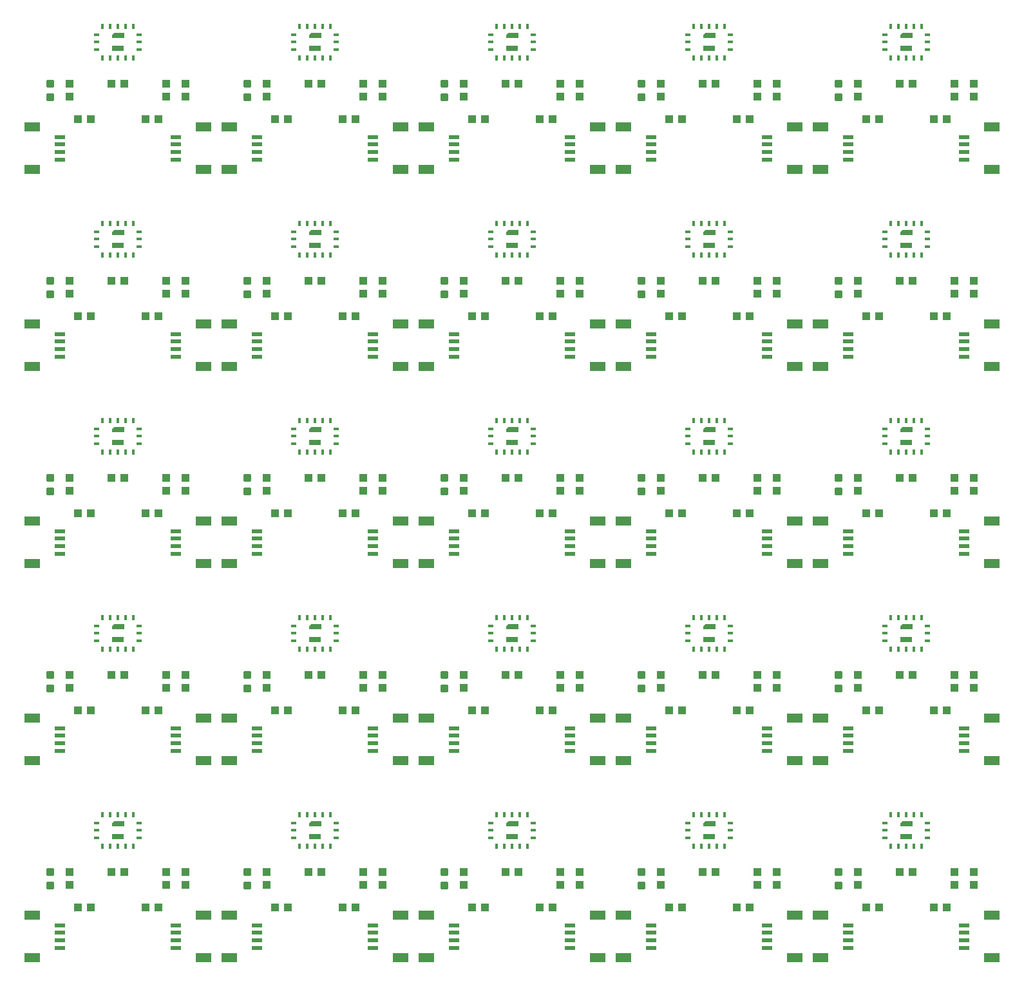
<source format=gtp>
G04 EAGLE Gerber RS-274X export*
G75*
%MOMM*%
%FSLAX34Y34*%
%LPD*%
%INSolderpaste Top*%
%IPPOS*%
%AMOC8*
5,1,8,0,0,1.08239X$1,22.5*%
G01*
%ADD10R,2.000000X1.200000*%
%ADD11R,1.350000X0.600000*%
%ADD12R,1.000000X1.100000*%
%ADD13C,0.300000*%
%ADD14R,1.100000X1.000000*%
%ADD15R,0.400000X0.750000*%
%ADD16R,0.750000X0.400000*%
%ADD17R,1.600000X0.700000*%

G36*
X1171325Y1244519D02*
X1171325Y1244519D01*
X1171324Y1244520D01*
X1171325Y1244520D01*
X1171325Y1251520D01*
X1171321Y1251525D01*
X1171320Y1251524D01*
X1171320Y1251525D01*
X1158320Y1251525D01*
X1158318Y1251523D01*
X1158317Y1251523D01*
X1155317Y1248523D01*
X1155317Y1248521D01*
X1155315Y1248520D01*
X1155315Y1244520D01*
X1155319Y1244515D01*
X1155320Y1244516D01*
X1155320Y1244515D01*
X1171320Y1244515D01*
X1171325Y1244519D01*
G37*
G36*
X912245Y1244519D02*
X912245Y1244519D01*
X912244Y1244520D01*
X912245Y1244520D01*
X912245Y1251520D01*
X912241Y1251525D01*
X912240Y1251524D01*
X912240Y1251525D01*
X899240Y1251525D01*
X899238Y1251523D01*
X899237Y1251523D01*
X896237Y1248523D01*
X896237Y1248521D01*
X896235Y1248520D01*
X896235Y1244520D01*
X896239Y1244515D01*
X896240Y1244516D01*
X896240Y1244515D01*
X912240Y1244515D01*
X912245Y1244519D01*
G37*
G36*
X135005Y1244519D02*
X135005Y1244519D01*
X135004Y1244520D01*
X135005Y1244520D01*
X135005Y1251520D01*
X135001Y1251525D01*
X135000Y1251524D01*
X135000Y1251525D01*
X122000Y1251525D01*
X121998Y1251523D01*
X121997Y1251523D01*
X118997Y1248523D01*
X118997Y1248521D01*
X118995Y1248520D01*
X118995Y1244520D01*
X118999Y1244515D01*
X119000Y1244516D01*
X119000Y1244515D01*
X135000Y1244515D01*
X135005Y1244519D01*
G37*
G36*
X653165Y1244519D02*
X653165Y1244519D01*
X653164Y1244520D01*
X653165Y1244520D01*
X653165Y1251520D01*
X653161Y1251525D01*
X653160Y1251524D01*
X653160Y1251525D01*
X640160Y1251525D01*
X640158Y1251523D01*
X640157Y1251523D01*
X637157Y1248523D01*
X637157Y1248521D01*
X637155Y1248520D01*
X637155Y1244520D01*
X637159Y1244515D01*
X637160Y1244516D01*
X637160Y1244515D01*
X653160Y1244515D01*
X653165Y1244519D01*
G37*
G36*
X394085Y1244519D02*
X394085Y1244519D01*
X394084Y1244520D01*
X394085Y1244520D01*
X394085Y1251520D01*
X394081Y1251525D01*
X394080Y1251524D01*
X394080Y1251525D01*
X381080Y1251525D01*
X381078Y1251523D01*
X381077Y1251523D01*
X378077Y1248523D01*
X378077Y1248521D01*
X378075Y1248520D01*
X378075Y1244520D01*
X378079Y1244515D01*
X378080Y1244516D01*
X378080Y1244515D01*
X394080Y1244515D01*
X394085Y1244519D01*
G37*
G36*
X1171325Y985439D02*
X1171325Y985439D01*
X1171324Y985440D01*
X1171325Y985440D01*
X1171325Y992440D01*
X1171321Y992445D01*
X1171320Y992444D01*
X1171320Y992445D01*
X1158320Y992445D01*
X1158318Y992443D01*
X1158317Y992443D01*
X1155317Y989443D01*
X1155317Y989441D01*
X1155315Y989440D01*
X1155315Y985440D01*
X1155319Y985435D01*
X1155320Y985436D01*
X1155320Y985435D01*
X1171320Y985435D01*
X1171325Y985439D01*
G37*
G36*
X394085Y985439D02*
X394085Y985439D01*
X394084Y985440D01*
X394085Y985440D01*
X394085Y992440D01*
X394081Y992445D01*
X394080Y992444D01*
X394080Y992445D01*
X381080Y992445D01*
X381078Y992443D01*
X381077Y992443D01*
X378077Y989443D01*
X378077Y989441D01*
X378075Y989440D01*
X378075Y985440D01*
X378079Y985435D01*
X378080Y985436D01*
X378080Y985435D01*
X394080Y985435D01*
X394085Y985439D01*
G37*
G36*
X653165Y985439D02*
X653165Y985439D01*
X653164Y985440D01*
X653165Y985440D01*
X653165Y992440D01*
X653161Y992445D01*
X653160Y992444D01*
X653160Y992445D01*
X640160Y992445D01*
X640158Y992443D01*
X640157Y992443D01*
X637157Y989443D01*
X637157Y989441D01*
X637155Y989440D01*
X637155Y985440D01*
X637159Y985435D01*
X637160Y985436D01*
X637160Y985435D01*
X653160Y985435D01*
X653165Y985439D01*
G37*
G36*
X912245Y985439D02*
X912245Y985439D01*
X912244Y985440D01*
X912245Y985440D01*
X912245Y992440D01*
X912241Y992445D01*
X912240Y992444D01*
X912240Y992445D01*
X899240Y992445D01*
X899238Y992443D01*
X899237Y992443D01*
X896237Y989443D01*
X896237Y989441D01*
X896235Y989440D01*
X896235Y985440D01*
X896239Y985435D01*
X896240Y985436D01*
X896240Y985435D01*
X912240Y985435D01*
X912245Y985439D01*
G37*
G36*
X135005Y985439D02*
X135005Y985439D01*
X135004Y985440D01*
X135005Y985440D01*
X135005Y992440D01*
X135001Y992445D01*
X135000Y992444D01*
X135000Y992445D01*
X122000Y992445D01*
X121998Y992443D01*
X121997Y992443D01*
X118997Y989443D01*
X118997Y989441D01*
X118995Y989440D01*
X118995Y985440D01*
X118999Y985435D01*
X119000Y985436D01*
X119000Y985435D01*
X135000Y985435D01*
X135005Y985439D01*
G37*
G36*
X653165Y726359D02*
X653165Y726359D01*
X653164Y726360D01*
X653165Y726360D01*
X653165Y733360D01*
X653161Y733365D01*
X653160Y733364D01*
X653160Y733365D01*
X640160Y733365D01*
X640158Y733363D01*
X640157Y733363D01*
X637157Y730363D01*
X637157Y730361D01*
X637155Y730360D01*
X637155Y726360D01*
X637159Y726355D01*
X637160Y726356D01*
X637160Y726355D01*
X653160Y726355D01*
X653165Y726359D01*
G37*
G36*
X912245Y726359D02*
X912245Y726359D01*
X912244Y726360D01*
X912245Y726360D01*
X912245Y733360D01*
X912241Y733365D01*
X912240Y733364D01*
X912240Y733365D01*
X899240Y733365D01*
X899238Y733363D01*
X899237Y733363D01*
X896237Y730363D01*
X896237Y730361D01*
X896235Y730360D01*
X896235Y726360D01*
X896239Y726355D01*
X896240Y726356D01*
X896240Y726355D01*
X912240Y726355D01*
X912245Y726359D01*
G37*
G36*
X1171325Y726359D02*
X1171325Y726359D01*
X1171324Y726360D01*
X1171325Y726360D01*
X1171325Y733360D01*
X1171321Y733365D01*
X1171320Y733364D01*
X1171320Y733365D01*
X1158320Y733365D01*
X1158318Y733363D01*
X1158317Y733363D01*
X1155317Y730363D01*
X1155317Y730361D01*
X1155315Y730360D01*
X1155315Y726360D01*
X1155319Y726355D01*
X1155320Y726356D01*
X1155320Y726355D01*
X1171320Y726355D01*
X1171325Y726359D01*
G37*
G36*
X394085Y726359D02*
X394085Y726359D01*
X394084Y726360D01*
X394085Y726360D01*
X394085Y733360D01*
X394081Y733365D01*
X394080Y733364D01*
X394080Y733365D01*
X381080Y733365D01*
X381078Y733363D01*
X381077Y733363D01*
X378077Y730363D01*
X378077Y730361D01*
X378075Y730360D01*
X378075Y726360D01*
X378079Y726355D01*
X378080Y726356D01*
X378080Y726355D01*
X394080Y726355D01*
X394085Y726359D01*
G37*
G36*
X135005Y726359D02*
X135005Y726359D01*
X135004Y726360D01*
X135005Y726360D01*
X135005Y733360D01*
X135001Y733365D01*
X135000Y733364D01*
X135000Y733365D01*
X122000Y733365D01*
X121998Y733363D01*
X121997Y733363D01*
X118997Y730363D01*
X118997Y730361D01*
X118995Y730360D01*
X118995Y726360D01*
X118999Y726355D01*
X119000Y726356D01*
X119000Y726355D01*
X135000Y726355D01*
X135005Y726359D01*
G37*
G36*
X1171325Y467279D02*
X1171325Y467279D01*
X1171324Y467280D01*
X1171325Y467280D01*
X1171325Y474280D01*
X1171321Y474285D01*
X1171320Y474284D01*
X1171320Y474285D01*
X1158320Y474285D01*
X1158318Y474283D01*
X1158317Y474283D01*
X1155317Y471283D01*
X1155317Y471281D01*
X1155315Y471280D01*
X1155315Y467280D01*
X1155319Y467275D01*
X1155320Y467276D01*
X1155320Y467275D01*
X1171320Y467275D01*
X1171325Y467279D01*
G37*
G36*
X394085Y467279D02*
X394085Y467279D01*
X394084Y467280D01*
X394085Y467280D01*
X394085Y474280D01*
X394081Y474285D01*
X394080Y474284D01*
X394080Y474285D01*
X381080Y474285D01*
X381078Y474283D01*
X381077Y474283D01*
X378077Y471283D01*
X378077Y471281D01*
X378075Y471280D01*
X378075Y467280D01*
X378079Y467275D01*
X378080Y467276D01*
X378080Y467275D01*
X394080Y467275D01*
X394085Y467279D01*
G37*
G36*
X912245Y467279D02*
X912245Y467279D01*
X912244Y467280D01*
X912245Y467280D01*
X912245Y474280D01*
X912241Y474285D01*
X912240Y474284D01*
X912240Y474285D01*
X899240Y474285D01*
X899238Y474283D01*
X899237Y474283D01*
X896237Y471283D01*
X896237Y471281D01*
X896235Y471280D01*
X896235Y467280D01*
X896239Y467275D01*
X896240Y467276D01*
X896240Y467275D01*
X912240Y467275D01*
X912245Y467279D01*
G37*
G36*
X135005Y467279D02*
X135005Y467279D01*
X135004Y467280D01*
X135005Y467280D01*
X135005Y474280D01*
X135001Y474285D01*
X135000Y474284D01*
X135000Y474285D01*
X122000Y474285D01*
X121998Y474283D01*
X121997Y474283D01*
X118997Y471283D01*
X118997Y471281D01*
X118995Y471280D01*
X118995Y467280D01*
X118999Y467275D01*
X119000Y467276D01*
X119000Y467275D01*
X135000Y467275D01*
X135005Y467279D01*
G37*
G36*
X653165Y467279D02*
X653165Y467279D01*
X653164Y467280D01*
X653165Y467280D01*
X653165Y474280D01*
X653161Y474285D01*
X653160Y474284D01*
X653160Y474285D01*
X640160Y474285D01*
X640158Y474283D01*
X640157Y474283D01*
X637157Y471283D01*
X637157Y471281D01*
X637155Y471280D01*
X637155Y467280D01*
X637159Y467275D01*
X637160Y467276D01*
X637160Y467275D01*
X653160Y467275D01*
X653165Y467279D01*
G37*
G36*
X1171325Y208199D02*
X1171325Y208199D01*
X1171324Y208200D01*
X1171325Y208200D01*
X1171325Y215200D01*
X1171321Y215205D01*
X1171320Y215204D01*
X1171320Y215205D01*
X1158320Y215205D01*
X1158318Y215203D01*
X1158317Y215203D01*
X1155317Y212203D01*
X1155317Y212201D01*
X1155315Y212200D01*
X1155315Y208200D01*
X1155319Y208195D01*
X1155320Y208196D01*
X1155320Y208195D01*
X1171320Y208195D01*
X1171325Y208199D01*
G37*
G36*
X912245Y208199D02*
X912245Y208199D01*
X912244Y208200D01*
X912245Y208200D01*
X912245Y215200D01*
X912241Y215205D01*
X912240Y215204D01*
X912240Y215205D01*
X899240Y215205D01*
X899238Y215203D01*
X899237Y215203D01*
X896237Y212203D01*
X896237Y212201D01*
X896235Y212200D01*
X896235Y208200D01*
X896239Y208195D01*
X896240Y208196D01*
X896240Y208195D01*
X912240Y208195D01*
X912245Y208199D01*
G37*
G36*
X653165Y208199D02*
X653165Y208199D01*
X653164Y208200D01*
X653165Y208200D01*
X653165Y215200D01*
X653161Y215205D01*
X653160Y215204D01*
X653160Y215205D01*
X640160Y215205D01*
X640158Y215203D01*
X640157Y215203D01*
X637157Y212203D01*
X637157Y212201D01*
X637155Y212200D01*
X637155Y208200D01*
X637159Y208195D01*
X637160Y208196D01*
X637160Y208195D01*
X653160Y208195D01*
X653165Y208199D01*
G37*
G36*
X394085Y208199D02*
X394085Y208199D01*
X394084Y208200D01*
X394085Y208200D01*
X394085Y215200D01*
X394081Y215205D01*
X394080Y215204D01*
X394080Y215205D01*
X381080Y215205D01*
X381078Y215203D01*
X381077Y215203D01*
X378077Y212203D01*
X378077Y212201D01*
X378075Y212200D01*
X378075Y208200D01*
X378079Y208195D01*
X378080Y208196D01*
X378080Y208195D01*
X394080Y208195D01*
X394085Y208199D01*
G37*
G36*
X135005Y208199D02*
X135005Y208199D01*
X135004Y208200D01*
X135005Y208200D01*
X135005Y215200D01*
X135001Y215205D01*
X135000Y215204D01*
X135000Y215205D01*
X122000Y215205D01*
X121998Y215203D01*
X121997Y215203D01*
X118997Y212203D01*
X118997Y212201D01*
X118995Y212200D01*
X118995Y208200D01*
X118999Y208195D01*
X119000Y208196D01*
X119000Y208195D01*
X135000Y208195D01*
X135005Y208199D01*
G37*
D10*
X14050Y91500D03*
X14050Y35500D03*
D11*
X50800Y78500D03*
X50800Y68500D03*
X50800Y58500D03*
X50800Y48500D03*
D10*
X239950Y35500D03*
X239950Y91500D03*
D11*
X203200Y48500D03*
X203200Y58500D03*
X203200Y68500D03*
X203200Y78500D03*
D12*
X63500Y148200D03*
X63500Y131200D03*
D13*
X41600Y134430D02*
X34600Y134430D01*
X41600Y134430D02*
X41600Y127430D01*
X34600Y127430D01*
X34600Y134430D01*
X34600Y130280D02*
X41600Y130280D01*
X41600Y133130D02*
X34600Y133130D01*
X34600Y151970D02*
X41600Y151970D01*
X41600Y144970D01*
X34600Y144970D01*
X34600Y151970D01*
X34600Y147820D02*
X41600Y147820D01*
X41600Y150670D02*
X34600Y150670D01*
D14*
X74050Y101600D03*
X91050Y101600D03*
X179950Y101600D03*
X162950Y101600D03*
X135500Y148590D03*
X118500Y148590D03*
D15*
X117000Y182450D03*
X127000Y182450D03*
X107000Y182450D03*
D16*
X98750Y193200D03*
X98750Y203200D03*
X98750Y213200D03*
D17*
X127000Y194700D03*
D15*
X137000Y182450D03*
X147000Y182450D03*
D16*
X155250Y193200D03*
X155250Y203200D03*
X155250Y213200D03*
D15*
X147000Y223950D03*
X137000Y223950D03*
X127000Y223950D03*
X117000Y223950D03*
X107000Y223950D03*
D12*
X190500Y148200D03*
X190500Y131200D03*
X215900Y148200D03*
X215900Y131200D03*
D10*
X273130Y91500D03*
X273130Y35500D03*
D11*
X309880Y78500D03*
X309880Y68500D03*
X309880Y58500D03*
X309880Y48500D03*
D10*
X499030Y35500D03*
X499030Y91500D03*
D11*
X462280Y48500D03*
X462280Y58500D03*
X462280Y68500D03*
X462280Y78500D03*
D12*
X322580Y148200D03*
X322580Y131200D03*
D13*
X300680Y134430D02*
X293680Y134430D01*
X300680Y134430D02*
X300680Y127430D01*
X293680Y127430D01*
X293680Y134430D01*
X293680Y130280D02*
X300680Y130280D01*
X300680Y133130D02*
X293680Y133130D01*
X293680Y151970D02*
X300680Y151970D01*
X300680Y144970D01*
X293680Y144970D01*
X293680Y151970D01*
X293680Y147820D02*
X300680Y147820D01*
X300680Y150670D02*
X293680Y150670D01*
D14*
X333130Y101600D03*
X350130Y101600D03*
X439030Y101600D03*
X422030Y101600D03*
X394580Y148590D03*
X377580Y148590D03*
D15*
X376080Y182450D03*
X386080Y182450D03*
X366080Y182450D03*
D16*
X357830Y193200D03*
X357830Y203200D03*
X357830Y213200D03*
D17*
X386080Y194700D03*
D15*
X396080Y182450D03*
X406080Y182450D03*
D16*
X414330Y193200D03*
X414330Y203200D03*
X414330Y213200D03*
D15*
X406080Y223950D03*
X396080Y223950D03*
X386080Y223950D03*
X376080Y223950D03*
X366080Y223950D03*
D12*
X449580Y148200D03*
X449580Y131200D03*
X474980Y148200D03*
X474980Y131200D03*
D10*
X532210Y91500D03*
X532210Y35500D03*
D11*
X568960Y78500D03*
X568960Y68500D03*
X568960Y58500D03*
X568960Y48500D03*
D10*
X758110Y35500D03*
X758110Y91500D03*
D11*
X721360Y48500D03*
X721360Y58500D03*
X721360Y68500D03*
X721360Y78500D03*
D12*
X581660Y148200D03*
X581660Y131200D03*
D13*
X559760Y134430D02*
X552760Y134430D01*
X559760Y134430D02*
X559760Y127430D01*
X552760Y127430D01*
X552760Y134430D01*
X552760Y130280D02*
X559760Y130280D01*
X559760Y133130D02*
X552760Y133130D01*
X552760Y151970D02*
X559760Y151970D01*
X559760Y144970D01*
X552760Y144970D01*
X552760Y151970D01*
X552760Y147820D02*
X559760Y147820D01*
X559760Y150670D02*
X552760Y150670D01*
D14*
X592210Y101600D03*
X609210Y101600D03*
X698110Y101600D03*
X681110Y101600D03*
X653660Y148590D03*
X636660Y148590D03*
D15*
X635160Y182450D03*
X645160Y182450D03*
X625160Y182450D03*
D16*
X616910Y193200D03*
X616910Y203200D03*
X616910Y213200D03*
D17*
X645160Y194700D03*
D15*
X655160Y182450D03*
X665160Y182450D03*
D16*
X673410Y193200D03*
X673410Y203200D03*
X673410Y213200D03*
D15*
X665160Y223950D03*
X655160Y223950D03*
X645160Y223950D03*
X635160Y223950D03*
X625160Y223950D03*
D12*
X708660Y148200D03*
X708660Y131200D03*
X734060Y148200D03*
X734060Y131200D03*
D10*
X791290Y91500D03*
X791290Y35500D03*
D11*
X828040Y78500D03*
X828040Y68500D03*
X828040Y58500D03*
X828040Y48500D03*
D10*
X1017190Y35500D03*
X1017190Y91500D03*
D11*
X980440Y48500D03*
X980440Y58500D03*
X980440Y68500D03*
X980440Y78500D03*
D12*
X840740Y148200D03*
X840740Y131200D03*
D13*
X818840Y134430D02*
X811840Y134430D01*
X818840Y134430D02*
X818840Y127430D01*
X811840Y127430D01*
X811840Y134430D01*
X811840Y130280D02*
X818840Y130280D01*
X818840Y133130D02*
X811840Y133130D01*
X811840Y151970D02*
X818840Y151970D01*
X818840Y144970D01*
X811840Y144970D01*
X811840Y151970D01*
X811840Y147820D02*
X818840Y147820D01*
X818840Y150670D02*
X811840Y150670D01*
D14*
X851290Y101600D03*
X868290Y101600D03*
X957190Y101600D03*
X940190Y101600D03*
X912740Y148590D03*
X895740Y148590D03*
D15*
X894240Y182450D03*
X904240Y182450D03*
X884240Y182450D03*
D16*
X875990Y193200D03*
X875990Y203200D03*
X875990Y213200D03*
D17*
X904240Y194700D03*
D15*
X914240Y182450D03*
X924240Y182450D03*
D16*
X932490Y193200D03*
X932490Y203200D03*
X932490Y213200D03*
D15*
X924240Y223950D03*
X914240Y223950D03*
X904240Y223950D03*
X894240Y223950D03*
X884240Y223950D03*
D12*
X967740Y148200D03*
X967740Y131200D03*
X993140Y148200D03*
X993140Y131200D03*
D10*
X1050370Y91500D03*
X1050370Y35500D03*
D11*
X1087120Y78500D03*
X1087120Y68500D03*
X1087120Y58500D03*
X1087120Y48500D03*
D10*
X1276270Y35500D03*
X1276270Y91500D03*
D11*
X1239520Y48500D03*
X1239520Y58500D03*
X1239520Y68500D03*
X1239520Y78500D03*
D12*
X1099820Y148200D03*
X1099820Y131200D03*
D13*
X1077920Y134430D02*
X1070920Y134430D01*
X1077920Y134430D02*
X1077920Y127430D01*
X1070920Y127430D01*
X1070920Y134430D01*
X1070920Y130280D02*
X1077920Y130280D01*
X1077920Y133130D02*
X1070920Y133130D01*
X1070920Y151970D02*
X1077920Y151970D01*
X1077920Y144970D01*
X1070920Y144970D01*
X1070920Y151970D01*
X1070920Y147820D02*
X1077920Y147820D01*
X1077920Y150670D02*
X1070920Y150670D01*
D14*
X1110370Y101600D03*
X1127370Y101600D03*
X1216270Y101600D03*
X1199270Y101600D03*
X1171820Y148590D03*
X1154820Y148590D03*
D15*
X1153320Y182450D03*
X1163320Y182450D03*
X1143320Y182450D03*
D16*
X1135070Y193200D03*
X1135070Y203200D03*
X1135070Y213200D03*
D17*
X1163320Y194700D03*
D15*
X1173320Y182450D03*
X1183320Y182450D03*
D16*
X1191570Y193200D03*
X1191570Y203200D03*
X1191570Y213200D03*
D15*
X1183320Y223950D03*
X1173320Y223950D03*
X1163320Y223950D03*
X1153320Y223950D03*
X1143320Y223950D03*
D12*
X1226820Y148200D03*
X1226820Y131200D03*
X1252220Y148200D03*
X1252220Y131200D03*
D10*
X14050Y350580D03*
X14050Y294580D03*
D11*
X50800Y337580D03*
X50800Y327580D03*
X50800Y317580D03*
X50800Y307580D03*
D10*
X239950Y294580D03*
X239950Y350580D03*
D11*
X203200Y307580D03*
X203200Y317580D03*
X203200Y327580D03*
X203200Y337580D03*
D12*
X63500Y407280D03*
X63500Y390280D03*
D13*
X41600Y393510D02*
X34600Y393510D01*
X41600Y393510D02*
X41600Y386510D01*
X34600Y386510D01*
X34600Y393510D01*
X34600Y389360D02*
X41600Y389360D01*
X41600Y392210D02*
X34600Y392210D01*
X34600Y411050D02*
X41600Y411050D01*
X41600Y404050D01*
X34600Y404050D01*
X34600Y411050D01*
X34600Y406900D02*
X41600Y406900D01*
X41600Y409750D02*
X34600Y409750D01*
D14*
X74050Y360680D03*
X91050Y360680D03*
X179950Y360680D03*
X162950Y360680D03*
X135500Y407670D03*
X118500Y407670D03*
D15*
X117000Y441530D03*
X127000Y441530D03*
X107000Y441530D03*
D16*
X98750Y452280D03*
X98750Y462280D03*
X98750Y472280D03*
D17*
X127000Y453780D03*
D15*
X137000Y441530D03*
X147000Y441530D03*
D16*
X155250Y452280D03*
X155250Y462280D03*
X155250Y472280D03*
D15*
X147000Y483030D03*
X137000Y483030D03*
X127000Y483030D03*
X117000Y483030D03*
X107000Y483030D03*
D12*
X190500Y407280D03*
X190500Y390280D03*
X215900Y407280D03*
X215900Y390280D03*
D10*
X273130Y350580D03*
X273130Y294580D03*
D11*
X309880Y337580D03*
X309880Y327580D03*
X309880Y317580D03*
X309880Y307580D03*
D10*
X499030Y294580D03*
X499030Y350580D03*
D11*
X462280Y307580D03*
X462280Y317580D03*
X462280Y327580D03*
X462280Y337580D03*
D12*
X322580Y407280D03*
X322580Y390280D03*
D13*
X300680Y393510D02*
X293680Y393510D01*
X300680Y393510D02*
X300680Y386510D01*
X293680Y386510D01*
X293680Y393510D01*
X293680Y389360D02*
X300680Y389360D01*
X300680Y392210D02*
X293680Y392210D01*
X293680Y411050D02*
X300680Y411050D01*
X300680Y404050D01*
X293680Y404050D01*
X293680Y411050D01*
X293680Y406900D02*
X300680Y406900D01*
X300680Y409750D02*
X293680Y409750D01*
D14*
X333130Y360680D03*
X350130Y360680D03*
X439030Y360680D03*
X422030Y360680D03*
X394580Y407670D03*
X377580Y407670D03*
D15*
X376080Y441530D03*
X386080Y441530D03*
X366080Y441530D03*
D16*
X357830Y452280D03*
X357830Y462280D03*
X357830Y472280D03*
D17*
X386080Y453780D03*
D15*
X396080Y441530D03*
X406080Y441530D03*
D16*
X414330Y452280D03*
X414330Y462280D03*
X414330Y472280D03*
D15*
X406080Y483030D03*
X396080Y483030D03*
X386080Y483030D03*
X376080Y483030D03*
X366080Y483030D03*
D12*
X449580Y407280D03*
X449580Y390280D03*
X474980Y407280D03*
X474980Y390280D03*
D10*
X532210Y350580D03*
X532210Y294580D03*
D11*
X568960Y337580D03*
X568960Y327580D03*
X568960Y317580D03*
X568960Y307580D03*
D10*
X758110Y294580D03*
X758110Y350580D03*
D11*
X721360Y307580D03*
X721360Y317580D03*
X721360Y327580D03*
X721360Y337580D03*
D12*
X581660Y407280D03*
X581660Y390280D03*
D13*
X559760Y393510D02*
X552760Y393510D01*
X559760Y393510D02*
X559760Y386510D01*
X552760Y386510D01*
X552760Y393510D01*
X552760Y389360D02*
X559760Y389360D01*
X559760Y392210D02*
X552760Y392210D01*
X552760Y411050D02*
X559760Y411050D01*
X559760Y404050D01*
X552760Y404050D01*
X552760Y411050D01*
X552760Y406900D02*
X559760Y406900D01*
X559760Y409750D02*
X552760Y409750D01*
D14*
X592210Y360680D03*
X609210Y360680D03*
X698110Y360680D03*
X681110Y360680D03*
X653660Y407670D03*
X636660Y407670D03*
D15*
X635160Y441530D03*
X645160Y441530D03*
X625160Y441530D03*
D16*
X616910Y452280D03*
X616910Y462280D03*
X616910Y472280D03*
D17*
X645160Y453780D03*
D15*
X655160Y441530D03*
X665160Y441530D03*
D16*
X673410Y452280D03*
X673410Y462280D03*
X673410Y472280D03*
D15*
X665160Y483030D03*
X655160Y483030D03*
X645160Y483030D03*
X635160Y483030D03*
X625160Y483030D03*
D12*
X708660Y407280D03*
X708660Y390280D03*
X734060Y407280D03*
X734060Y390280D03*
D10*
X791290Y350580D03*
X791290Y294580D03*
D11*
X828040Y337580D03*
X828040Y327580D03*
X828040Y317580D03*
X828040Y307580D03*
D10*
X1017190Y294580D03*
X1017190Y350580D03*
D11*
X980440Y307580D03*
X980440Y317580D03*
X980440Y327580D03*
X980440Y337580D03*
D12*
X840740Y407280D03*
X840740Y390280D03*
D13*
X818840Y393510D02*
X811840Y393510D01*
X818840Y393510D02*
X818840Y386510D01*
X811840Y386510D01*
X811840Y393510D01*
X811840Y389360D02*
X818840Y389360D01*
X818840Y392210D02*
X811840Y392210D01*
X811840Y411050D02*
X818840Y411050D01*
X818840Y404050D01*
X811840Y404050D01*
X811840Y411050D01*
X811840Y406900D02*
X818840Y406900D01*
X818840Y409750D02*
X811840Y409750D01*
D14*
X851290Y360680D03*
X868290Y360680D03*
X957190Y360680D03*
X940190Y360680D03*
X912740Y407670D03*
X895740Y407670D03*
D15*
X894240Y441530D03*
X904240Y441530D03*
X884240Y441530D03*
D16*
X875990Y452280D03*
X875990Y462280D03*
X875990Y472280D03*
D17*
X904240Y453780D03*
D15*
X914240Y441530D03*
X924240Y441530D03*
D16*
X932490Y452280D03*
X932490Y462280D03*
X932490Y472280D03*
D15*
X924240Y483030D03*
X914240Y483030D03*
X904240Y483030D03*
X894240Y483030D03*
X884240Y483030D03*
D12*
X967740Y407280D03*
X967740Y390280D03*
X993140Y407280D03*
X993140Y390280D03*
D10*
X1050370Y350580D03*
X1050370Y294580D03*
D11*
X1087120Y337580D03*
X1087120Y327580D03*
X1087120Y317580D03*
X1087120Y307580D03*
D10*
X1276270Y294580D03*
X1276270Y350580D03*
D11*
X1239520Y307580D03*
X1239520Y317580D03*
X1239520Y327580D03*
X1239520Y337580D03*
D12*
X1099820Y407280D03*
X1099820Y390280D03*
D13*
X1077920Y393510D02*
X1070920Y393510D01*
X1077920Y393510D02*
X1077920Y386510D01*
X1070920Y386510D01*
X1070920Y393510D01*
X1070920Y389360D02*
X1077920Y389360D01*
X1077920Y392210D02*
X1070920Y392210D01*
X1070920Y411050D02*
X1077920Y411050D01*
X1077920Y404050D01*
X1070920Y404050D01*
X1070920Y411050D01*
X1070920Y406900D02*
X1077920Y406900D01*
X1077920Y409750D02*
X1070920Y409750D01*
D14*
X1110370Y360680D03*
X1127370Y360680D03*
X1216270Y360680D03*
X1199270Y360680D03*
X1171820Y407670D03*
X1154820Y407670D03*
D15*
X1153320Y441530D03*
X1163320Y441530D03*
X1143320Y441530D03*
D16*
X1135070Y452280D03*
X1135070Y462280D03*
X1135070Y472280D03*
D17*
X1163320Y453780D03*
D15*
X1173320Y441530D03*
X1183320Y441530D03*
D16*
X1191570Y452280D03*
X1191570Y462280D03*
X1191570Y472280D03*
D15*
X1183320Y483030D03*
X1173320Y483030D03*
X1163320Y483030D03*
X1153320Y483030D03*
X1143320Y483030D03*
D12*
X1226820Y407280D03*
X1226820Y390280D03*
X1252220Y407280D03*
X1252220Y390280D03*
D10*
X14050Y609660D03*
X14050Y553660D03*
D11*
X50800Y596660D03*
X50800Y586660D03*
X50800Y576660D03*
X50800Y566660D03*
D10*
X239950Y553660D03*
X239950Y609660D03*
D11*
X203200Y566660D03*
X203200Y576660D03*
X203200Y586660D03*
X203200Y596660D03*
D12*
X63500Y666360D03*
X63500Y649360D03*
D13*
X41600Y652590D02*
X34600Y652590D01*
X41600Y652590D02*
X41600Y645590D01*
X34600Y645590D01*
X34600Y652590D01*
X34600Y648440D02*
X41600Y648440D01*
X41600Y651290D02*
X34600Y651290D01*
X34600Y670130D02*
X41600Y670130D01*
X41600Y663130D01*
X34600Y663130D01*
X34600Y670130D01*
X34600Y665980D02*
X41600Y665980D01*
X41600Y668830D02*
X34600Y668830D01*
D14*
X74050Y619760D03*
X91050Y619760D03*
X179950Y619760D03*
X162950Y619760D03*
X135500Y666750D03*
X118500Y666750D03*
D15*
X117000Y700610D03*
X127000Y700610D03*
X107000Y700610D03*
D16*
X98750Y711360D03*
X98750Y721360D03*
X98750Y731360D03*
D17*
X127000Y712860D03*
D15*
X137000Y700610D03*
X147000Y700610D03*
D16*
X155250Y711360D03*
X155250Y721360D03*
X155250Y731360D03*
D15*
X147000Y742110D03*
X137000Y742110D03*
X127000Y742110D03*
X117000Y742110D03*
X107000Y742110D03*
D12*
X190500Y666360D03*
X190500Y649360D03*
X215900Y666360D03*
X215900Y649360D03*
D10*
X273130Y609660D03*
X273130Y553660D03*
D11*
X309880Y596660D03*
X309880Y586660D03*
X309880Y576660D03*
X309880Y566660D03*
D10*
X499030Y553660D03*
X499030Y609660D03*
D11*
X462280Y566660D03*
X462280Y576660D03*
X462280Y586660D03*
X462280Y596660D03*
D12*
X322580Y666360D03*
X322580Y649360D03*
D13*
X300680Y652590D02*
X293680Y652590D01*
X300680Y652590D02*
X300680Y645590D01*
X293680Y645590D01*
X293680Y652590D01*
X293680Y648440D02*
X300680Y648440D01*
X300680Y651290D02*
X293680Y651290D01*
X293680Y670130D02*
X300680Y670130D01*
X300680Y663130D01*
X293680Y663130D01*
X293680Y670130D01*
X293680Y665980D02*
X300680Y665980D01*
X300680Y668830D02*
X293680Y668830D01*
D14*
X333130Y619760D03*
X350130Y619760D03*
X439030Y619760D03*
X422030Y619760D03*
X394580Y666750D03*
X377580Y666750D03*
D15*
X376080Y700610D03*
X386080Y700610D03*
X366080Y700610D03*
D16*
X357830Y711360D03*
X357830Y721360D03*
X357830Y731360D03*
D17*
X386080Y712860D03*
D15*
X396080Y700610D03*
X406080Y700610D03*
D16*
X414330Y711360D03*
X414330Y721360D03*
X414330Y731360D03*
D15*
X406080Y742110D03*
X396080Y742110D03*
X386080Y742110D03*
X376080Y742110D03*
X366080Y742110D03*
D12*
X449580Y666360D03*
X449580Y649360D03*
X474980Y666360D03*
X474980Y649360D03*
D10*
X532210Y609660D03*
X532210Y553660D03*
D11*
X568960Y596660D03*
X568960Y586660D03*
X568960Y576660D03*
X568960Y566660D03*
D10*
X758110Y553660D03*
X758110Y609660D03*
D11*
X721360Y566660D03*
X721360Y576660D03*
X721360Y586660D03*
X721360Y596660D03*
D12*
X581660Y666360D03*
X581660Y649360D03*
D13*
X559760Y652590D02*
X552760Y652590D01*
X559760Y652590D02*
X559760Y645590D01*
X552760Y645590D01*
X552760Y652590D01*
X552760Y648440D02*
X559760Y648440D01*
X559760Y651290D02*
X552760Y651290D01*
X552760Y670130D02*
X559760Y670130D01*
X559760Y663130D01*
X552760Y663130D01*
X552760Y670130D01*
X552760Y665980D02*
X559760Y665980D01*
X559760Y668830D02*
X552760Y668830D01*
D14*
X592210Y619760D03*
X609210Y619760D03*
X698110Y619760D03*
X681110Y619760D03*
X653660Y666750D03*
X636660Y666750D03*
D15*
X635160Y700610D03*
X645160Y700610D03*
X625160Y700610D03*
D16*
X616910Y711360D03*
X616910Y721360D03*
X616910Y731360D03*
D17*
X645160Y712860D03*
D15*
X655160Y700610D03*
X665160Y700610D03*
D16*
X673410Y711360D03*
X673410Y721360D03*
X673410Y731360D03*
D15*
X665160Y742110D03*
X655160Y742110D03*
X645160Y742110D03*
X635160Y742110D03*
X625160Y742110D03*
D12*
X708660Y666360D03*
X708660Y649360D03*
X734060Y666360D03*
X734060Y649360D03*
D10*
X791290Y609660D03*
X791290Y553660D03*
D11*
X828040Y596660D03*
X828040Y586660D03*
X828040Y576660D03*
X828040Y566660D03*
D10*
X1017190Y553660D03*
X1017190Y609660D03*
D11*
X980440Y566660D03*
X980440Y576660D03*
X980440Y586660D03*
X980440Y596660D03*
D12*
X840740Y666360D03*
X840740Y649360D03*
D13*
X818840Y652590D02*
X811840Y652590D01*
X818840Y652590D02*
X818840Y645590D01*
X811840Y645590D01*
X811840Y652590D01*
X811840Y648440D02*
X818840Y648440D01*
X818840Y651290D02*
X811840Y651290D01*
X811840Y670130D02*
X818840Y670130D01*
X818840Y663130D01*
X811840Y663130D01*
X811840Y670130D01*
X811840Y665980D02*
X818840Y665980D01*
X818840Y668830D02*
X811840Y668830D01*
D14*
X851290Y619760D03*
X868290Y619760D03*
X957190Y619760D03*
X940190Y619760D03*
X912740Y666750D03*
X895740Y666750D03*
D15*
X894240Y700610D03*
X904240Y700610D03*
X884240Y700610D03*
D16*
X875990Y711360D03*
X875990Y721360D03*
X875990Y731360D03*
D17*
X904240Y712860D03*
D15*
X914240Y700610D03*
X924240Y700610D03*
D16*
X932490Y711360D03*
X932490Y721360D03*
X932490Y731360D03*
D15*
X924240Y742110D03*
X914240Y742110D03*
X904240Y742110D03*
X894240Y742110D03*
X884240Y742110D03*
D12*
X967740Y666360D03*
X967740Y649360D03*
X993140Y666360D03*
X993140Y649360D03*
D10*
X1050370Y609660D03*
X1050370Y553660D03*
D11*
X1087120Y596660D03*
X1087120Y586660D03*
X1087120Y576660D03*
X1087120Y566660D03*
D10*
X1276270Y553660D03*
X1276270Y609660D03*
D11*
X1239520Y566660D03*
X1239520Y576660D03*
X1239520Y586660D03*
X1239520Y596660D03*
D12*
X1099820Y666360D03*
X1099820Y649360D03*
D13*
X1077920Y652590D02*
X1070920Y652590D01*
X1077920Y652590D02*
X1077920Y645590D01*
X1070920Y645590D01*
X1070920Y652590D01*
X1070920Y648440D02*
X1077920Y648440D01*
X1077920Y651290D02*
X1070920Y651290D01*
X1070920Y670130D02*
X1077920Y670130D01*
X1077920Y663130D01*
X1070920Y663130D01*
X1070920Y670130D01*
X1070920Y665980D02*
X1077920Y665980D01*
X1077920Y668830D02*
X1070920Y668830D01*
D14*
X1110370Y619760D03*
X1127370Y619760D03*
X1216270Y619760D03*
X1199270Y619760D03*
X1171820Y666750D03*
X1154820Y666750D03*
D15*
X1153320Y700610D03*
X1163320Y700610D03*
X1143320Y700610D03*
D16*
X1135070Y711360D03*
X1135070Y721360D03*
X1135070Y731360D03*
D17*
X1163320Y712860D03*
D15*
X1173320Y700610D03*
X1183320Y700610D03*
D16*
X1191570Y711360D03*
X1191570Y721360D03*
X1191570Y731360D03*
D15*
X1183320Y742110D03*
X1173320Y742110D03*
X1163320Y742110D03*
X1153320Y742110D03*
X1143320Y742110D03*
D12*
X1226820Y666360D03*
X1226820Y649360D03*
X1252220Y666360D03*
X1252220Y649360D03*
D10*
X14050Y868740D03*
X14050Y812740D03*
D11*
X50800Y855740D03*
X50800Y845740D03*
X50800Y835740D03*
X50800Y825740D03*
D10*
X239950Y812740D03*
X239950Y868740D03*
D11*
X203200Y825740D03*
X203200Y835740D03*
X203200Y845740D03*
X203200Y855740D03*
D12*
X63500Y925440D03*
X63500Y908440D03*
D13*
X41600Y911670D02*
X34600Y911670D01*
X41600Y911670D02*
X41600Y904670D01*
X34600Y904670D01*
X34600Y911670D01*
X34600Y907520D02*
X41600Y907520D01*
X41600Y910370D02*
X34600Y910370D01*
X34600Y929210D02*
X41600Y929210D01*
X41600Y922210D01*
X34600Y922210D01*
X34600Y929210D01*
X34600Y925060D02*
X41600Y925060D01*
X41600Y927910D02*
X34600Y927910D01*
D14*
X74050Y878840D03*
X91050Y878840D03*
X179950Y878840D03*
X162950Y878840D03*
X135500Y925830D03*
X118500Y925830D03*
D15*
X117000Y959690D03*
X127000Y959690D03*
X107000Y959690D03*
D16*
X98750Y970440D03*
X98750Y980440D03*
X98750Y990440D03*
D17*
X127000Y971940D03*
D15*
X137000Y959690D03*
X147000Y959690D03*
D16*
X155250Y970440D03*
X155250Y980440D03*
X155250Y990440D03*
D15*
X147000Y1001190D03*
X137000Y1001190D03*
X127000Y1001190D03*
X117000Y1001190D03*
X107000Y1001190D03*
D12*
X190500Y925440D03*
X190500Y908440D03*
X215900Y925440D03*
X215900Y908440D03*
D10*
X273130Y868740D03*
X273130Y812740D03*
D11*
X309880Y855740D03*
X309880Y845740D03*
X309880Y835740D03*
X309880Y825740D03*
D10*
X499030Y812740D03*
X499030Y868740D03*
D11*
X462280Y825740D03*
X462280Y835740D03*
X462280Y845740D03*
X462280Y855740D03*
D12*
X322580Y925440D03*
X322580Y908440D03*
D13*
X300680Y911670D02*
X293680Y911670D01*
X300680Y911670D02*
X300680Y904670D01*
X293680Y904670D01*
X293680Y911670D01*
X293680Y907520D02*
X300680Y907520D01*
X300680Y910370D02*
X293680Y910370D01*
X293680Y929210D02*
X300680Y929210D01*
X300680Y922210D01*
X293680Y922210D01*
X293680Y929210D01*
X293680Y925060D02*
X300680Y925060D01*
X300680Y927910D02*
X293680Y927910D01*
D14*
X333130Y878840D03*
X350130Y878840D03*
X439030Y878840D03*
X422030Y878840D03*
X394580Y925830D03*
X377580Y925830D03*
D15*
X376080Y959690D03*
X386080Y959690D03*
X366080Y959690D03*
D16*
X357830Y970440D03*
X357830Y980440D03*
X357830Y990440D03*
D17*
X386080Y971940D03*
D15*
X396080Y959690D03*
X406080Y959690D03*
D16*
X414330Y970440D03*
X414330Y980440D03*
X414330Y990440D03*
D15*
X406080Y1001190D03*
X396080Y1001190D03*
X386080Y1001190D03*
X376080Y1001190D03*
X366080Y1001190D03*
D12*
X449580Y925440D03*
X449580Y908440D03*
X474980Y925440D03*
X474980Y908440D03*
D10*
X532210Y868740D03*
X532210Y812740D03*
D11*
X568960Y855740D03*
X568960Y845740D03*
X568960Y835740D03*
X568960Y825740D03*
D10*
X758110Y812740D03*
X758110Y868740D03*
D11*
X721360Y825740D03*
X721360Y835740D03*
X721360Y845740D03*
X721360Y855740D03*
D12*
X581660Y925440D03*
X581660Y908440D03*
D13*
X559760Y911670D02*
X552760Y911670D01*
X559760Y911670D02*
X559760Y904670D01*
X552760Y904670D01*
X552760Y911670D01*
X552760Y907520D02*
X559760Y907520D01*
X559760Y910370D02*
X552760Y910370D01*
X552760Y929210D02*
X559760Y929210D01*
X559760Y922210D01*
X552760Y922210D01*
X552760Y929210D01*
X552760Y925060D02*
X559760Y925060D01*
X559760Y927910D02*
X552760Y927910D01*
D14*
X592210Y878840D03*
X609210Y878840D03*
X698110Y878840D03*
X681110Y878840D03*
X653660Y925830D03*
X636660Y925830D03*
D15*
X635160Y959690D03*
X645160Y959690D03*
X625160Y959690D03*
D16*
X616910Y970440D03*
X616910Y980440D03*
X616910Y990440D03*
D17*
X645160Y971940D03*
D15*
X655160Y959690D03*
X665160Y959690D03*
D16*
X673410Y970440D03*
X673410Y980440D03*
X673410Y990440D03*
D15*
X665160Y1001190D03*
X655160Y1001190D03*
X645160Y1001190D03*
X635160Y1001190D03*
X625160Y1001190D03*
D12*
X708660Y925440D03*
X708660Y908440D03*
X734060Y925440D03*
X734060Y908440D03*
D10*
X791290Y868740D03*
X791290Y812740D03*
D11*
X828040Y855740D03*
X828040Y845740D03*
X828040Y835740D03*
X828040Y825740D03*
D10*
X1017190Y812740D03*
X1017190Y868740D03*
D11*
X980440Y825740D03*
X980440Y835740D03*
X980440Y845740D03*
X980440Y855740D03*
D12*
X840740Y925440D03*
X840740Y908440D03*
D13*
X818840Y911670D02*
X811840Y911670D01*
X818840Y911670D02*
X818840Y904670D01*
X811840Y904670D01*
X811840Y911670D01*
X811840Y907520D02*
X818840Y907520D01*
X818840Y910370D02*
X811840Y910370D01*
X811840Y929210D02*
X818840Y929210D01*
X818840Y922210D01*
X811840Y922210D01*
X811840Y929210D01*
X811840Y925060D02*
X818840Y925060D01*
X818840Y927910D02*
X811840Y927910D01*
D14*
X851290Y878840D03*
X868290Y878840D03*
X957190Y878840D03*
X940190Y878840D03*
X912740Y925830D03*
X895740Y925830D03*
D15*
X894240Y959690D03*
X904240Y959690D03*
X884240Y959690D03*
D16*
X875990Y970440D03*
X875990Y980440D03*
X875990Y990440D03*
D17*
X904240Y971940D03*
D15*
X914240Y959690D03*
X924240Y959690D03*
D16*
X932490Y970440D03*
X932490Y980440D03*
X932490Y990440D03*
D15*
X924240Y1001190D03*
X914240Y1001190D03*
X904240Y1001190D03*
X894240Y1001190D03*
X884240Y1001190D03*
D12*
X967740Y925440D03*
X967740Y908440D03*
X993140Y925440D03*
X993140Y908440D03*
D10*
X1050370Y868740D03*
X1050370Y812740D03*
D11*
X1087120Y855740D03*
X1087120Y845740D03*
X1087120Y835740D03*
X1087120Y825740D03*
D10*
X1276270Y812740D03*
X1276270Y868740D03*
D11*
X1239520Y825740D03*
X1239520Y835740D03*
X1239520Y845740D03*
X1239520Y855740D03*
D12*
X1099820Y925440D03*
X1099820Y908440D03*
D13*
X1077920Y911670D02*
X1070920Y911670D01*
X1077920Y911670D02*
X1077920Y904670D01*
X1070920Y904670D01*
X1070920Y911670D01*
X1070920Y907520D02*
X1077920Y907520D01*
X1077920Y910370D02*
X1070920Y910370D01*
X1070920Y929210D02*
X1077920Y929210D01*
X1077920Y922210D01*
X1070920Y922210D01*
X1070920Y929210D01*
X1070920Y925060D02*
X1077920Y925060D01*
X1077920Y927910D02*
X1070920Y927910D01*
D14*
X1110370Y878840D03*
X1127370Y878840D03*
X1216270Y878840D03*
X1199270Y878840D03*
X1171820Y925830D03*
X1154820Y925830D03*
D15*
X1153320Y959690D03*
X1163320Y959690D03*
X1143320Y959690D03*
D16*
X1135070Y970440D03*
X1135070Y980440D03*
X1135070Y990440D03*
D17*
X1163320Y971940D03*
D15*
X1173320Y959690D03*
X1183320Y959690D03*
D16*
X1191570Y970440D03*
X1191570Y980440D03*
X1191570Y990440D03*
D15*
X1183320Y1001190D03*
X1173320Y1001190D03*
X1163320Y1001190D03*
X1153320Y1001190D03*
X1143320Y1001190D03*
D12*
X1226820Y925440D03*
X1226820Y908440D03*
X1252220Y925440D03*
X1252220Y908440D03*
D10*
X14050Y1127820D03*
X14050Y1071820D03*
D11*
X50800Y1114820D03*
X50800Y1104820D03*
X50800Y1094820D03*
X50800Y1084820D03*
D10*
X239950Y1071820D03*
X239950Y1127820D03*
D11*
X203200Y1084820D03*
X203200Y1094820D03*
X203200Y1104820D03*
X203200Y1114820D03*
D12*
X63500Y1184520D03*
X63500Y1167520D03*
D13*
X41600Y1170750D02*
X34600Y1170750D01*
X41600Y1170750D02*
X41600Y1163750D01*
X34600Y1163750D01*
X34600Y1170750D01*
X34600Y1166600D02*
X41600Y1166600D01*
X41600Y1169450D02*
X34600Y1169450D01*
X34600Y1188290D02*
X41600Y1188290D01*
X41600Y1181290D01*
X34600Y1181290D01*
X34600Y1188290D01*
X34600Y1184140D02*
X41600Y1184140D01*
X41600Y1186990D02*
X34600Y1186990D01*
D14*
X74050Y1137920D03*
X91050Y1137920D03*
X179950Y1137920D03*
X162950Y1137920D03*
X135500Y1184910D03*
X118500Y1184910D03*
D15*
X117000Y1218770D03*
X127000Y1218770D03*
X107000Y1218770D03*
D16*
X98750Y1229520D03*
X98750Y1239520D03*
X98750Y1249520D03*
D17*
X127000Y1231020D03*
D15*
X137000Y1218770D03*
X147000Y1218770D03*
D16*
X155250Y1229520D03*
X155250Y1239520D03*
X155250Y1249520D03*
D15*
X147000Y1260270D03*
X137000Y1260270D03*
X127000Y1260270D03*
X117000Y1260270D03*
X107000Y1260270D03*
D12*
X190500Y1184520D03*
X190500Y1167520D03*
X215900Y1184520D03*
X215900Y1167520D03*
D10*
X273130Y1127820D03*
X273130Y1071820D03*
D11*
X309880Y1114820D03*
X309880Y1104820D03*
X309880Y1094820D03*
X309880Y1084820D03*
D10*
X499030Y1071820D03*
X499030Y1127820D03*
D11*
X462280Y1084820D03*
X462280Y1094820D03*
X462280Y1104820D03*
X462280Y1114820D03*
D12*
X322580Y1184520D03*
X322580Y1167520D03*
D13*
X300680Y1170750D02*
X293680Y1170750D01*
X300680Y1170750D02*
X300680Y1163750D01*
X293680Y1163750D01*
X293680Y1170750D01*
X293680Y1166600D02*
X300680Y1166600D01*
X300680Y1169450D02*
X293680Y1169450D01*
X293680Y1188290D02*
X300680Y1188290D01*
X300680Y1181290D01*
X293680Y1181290D01*
X293680Y1188290D01*
X293680Y1184140D02*
X300680Y1184140D01*
X300680Y1186990D02*
X293680Y1186990D01*
D14*
X333130Y1137920D03*
X350130Y1137920D03*
X439030Y1137920D03*
X422030Y1137920D03*
X394580Y1184910D03*
X377580Y1184910D03*
D15*
X376080Y1218770D03*
X386080Y1218770D03*
X366080Y1218770D03*
D16*
X357830Y1229520D03*
X357830Y1239520D03*
X357830Y1249520D03*
D17*
X386080Y1231020D03*
D15*
X396080Y1218770D03*
X406080Y1218770D03*
D16*
X414330Y1229520D03*
X414330Y1239520D03*
X414330Y1249520D03*
D15*
X406080Y1260270D03*
X396080Y1260270D03*
X386080Y1260270D03*
X376080Y1260270D03*
X366080Y1260270D03*
D12*
X449580Y1184520D03*
X449580Y1167520D03*
X474980Y1184520D03*
X474980Y1167520D03*
D10*
X532210Y1127820D03*
X532210Y1071820D03*
D11*
X568960Y1114820D03*
X568960Y1104820D03*
X568960Y1094820D03*
X568960Y1084820D03*
D10*
X758110Y1071820D03*
X758110Y1127820D03*
D11*
X721360Y1084820D03*
X721360Y1094820D03*
X721360Y1104820D03*
X721360Y1114820D03*
D12*
X581660Y1184520D03*
X581660Y1167520D03*
D13*
X559760Y1170750D02*
X552760Y1170750D01*
X559760Y1170750D02*
X559760Y1163750D01*
X552760Y1163750D01*
X552760Y1170750D01*
X552760Y1166600D02*
X559760Y1166600D01*
X559760Y1169450D02*
X552760Y1169450D01*
X552760Y1188290D02*
X559760Y1188290D01*
X559760Y1181290D01*
X552760Y1181290D01*
X552760Y1188290D01*
X552760Y1184140D02*
X559760Y1184140D01*
X559760Y1186990D02*
X552760Y1186990D01*
D14*
X592210Y1137920D03*
X609210Y1137920D03*
X698110Y1137920D03*
X681110Y1137920D03*
X653660Y1184910D03*
X636660Y1184910D03*
D15*
X635160Y1218770D03*
X645160Y1218770D03*
X625160Y1218770D03*
D16*
X616910Y1229520D03*
X616910Y1239520D03*
X616910Y1249520D03*
D17*
X645160Y1231020D03*
D15*
X655160Y1218770D03*
X665160Y1218770D03*
D16*
X673410Y1229520D03*
X673410Y1239520D03*
X673410Y1249520D03*
D15*
X665160Y1260270D03*
X655160Y1260270D03*
X645160Y1260270D03*
X635160Y1260270D03*
X625160Y1260270D03*
D12*
X708660Y1184520D03*
X708660Y1167520D03*
X734060Y1184520D03*
X734060Y1167520D03*
D10*
X791290Y1127820D03*
X791290Y1071820D03*
D11*
X828040Y1114820D03*
X828040Y1104820D03*
X828040Y1094820D03*
X828040Y1084820D03*
D10*
X1017190Y1071820D03*
X1017190Y1127820D03*
D11*
X980440Y1084820D03*
X980440Y1094820D03*
X980440Y1104820D03*
X980440Y1114820D03*
D12*
X840740Y1184520D03*
X840740Y1167520D03*
D13*
X818840Y1170750D02*
X811840Y1170750D01*
X818840Y1170750D02*
X818840Y1163750D01*
X811840Y1163750D01*
X811840Y1170750D01*
X811840Y1166600D02*
X818840Y1166600D01*
X818840Y1169450D02*
X811840Y1169450D01*
X811840Y1188290D02*
X818840Y1188290D01*
X818840Y1181290D01*
X811840Y1181290D01*
X811840Y1188290D01*
X811840Y1184140D02*
X818840Y1184140D01*
X818840Y1186990D02*
X811840Y1186990D01*
D14*
X851290Y1137920D03*
X868290Y1137920D03*
X957190Y1137920D03*
X940190Y1137920D03*
X912740Y1184910D03*
X895740Y1184910D03*
D15*
X894240Y1218770D03*
X904240Y1218770D03*
X884240Y1218770D03*
D16*
X875990Y1229520D03*
X875990Y1239520D03*
X875990Y1249520D03*
D17*
X904240Y1231020D03*
D15*
X914240Y1218770D03*
X924240Y1218770D03*
D16*
X932490Y1229520D03*
X932490Y1239520D03*
X932490Y1249520D03*
D15*
X924240Y1260270D03*
X914240Y1260270D03*
X904240Y1260270D03*
X894240Y1260270D03*
X884240Y1260270D03*
D12*
X967740Y1184520D03*
X967740Y1167520D03*
X993140Y1184520D03*
X993140Y1167520D03*
D10*
X1050370Y1127820D03*
X1050370Y1071820D03*
D11*
X1087120Y1114820D03*
X1087120Y1104820D03*
X1087120Y1094820D03*
X1087120Y1084820D03*
D10*
X1276270Y1071820D03*
X1276270Y1127820D03*
D11*
X1239520Y1084820D03*
X1239520Y1094820D03*
X1239520Y1104820D03*
X1239520Y1114820D03*
D12*
X1099820Y1184520D03*
X1099820Y1167520D03*
D13*
X1077920Y1170750D02*
X1070920Y1170750D01*
X1077920Y1170750D02*
X1077920Y1163750D01*
X1070920Y1163750D01*
X1070920Y1170750D01*
X1070920Y1166600D02*
X1077920Y1166600D01*
X1077920Y1169450D02*
X1070920Y1169450D01*
X1070920Y1188290D02*
X1077920Y1188290D01*
X1077920Y1181290D01*
X1070920Y1181290D01*
X1070920Y1188290D01*
X1070920Y1184140D02*
X1077920Y1184140D01*
X1077920Y1186990D02*
X1070920Y1186990D01*
D14*
X1110370Y1137920D03*
X1127370Y1137920D03*
X1216270Y1137920D03*
X1199270Y1137920D03*
X1171820Y1184910D03*
X1154820Y1184910D03*
D15*
X1153320Y1218770D03*
X1163320Y1218770D03*
X1143320Y1218770D03*
D16*
X1135070Y1229520D03*
X1135070Y1239520D03*
X1135070Y1249520D03*
D17*
X1163320Y1231020D03*
D15*
X1173320Y1218770D03*
X1183320Y1218770D03*
D16*
X1191570Y1229520D03*
X1191570Y1239520D03*
X1191570Y1249520D03*
D15*
X1183320Y1260270D03*
X1173320Y1260270D03*
X1163320Y1260270D03*
X1153320Y1260270D03*
X1143320Y1260270D03*
D12*
X1226820Y1184520D03*
X1226820Y1167520D03*
X1252220Y1184520D03*
X1252220Y1167520D03*
M02*

</source>
